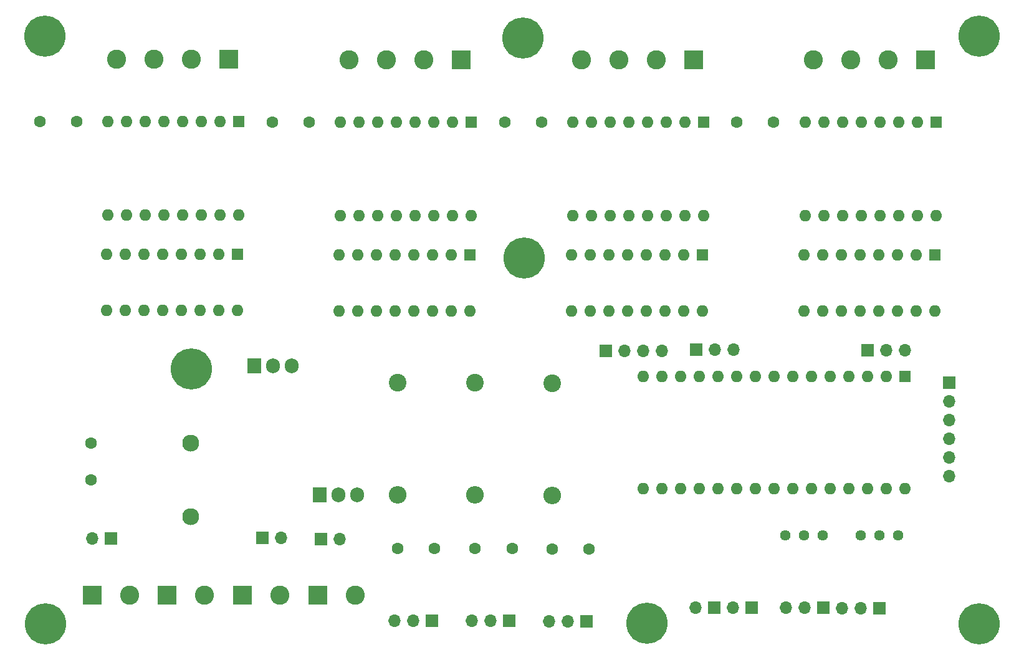
<source format=gts>
G04 #@! TF.GenerationSoftware,KiCad,Pcbnew,8.0.8*
G04 #@! TF.CreationDate,2025-02-15T21:21:22+01:00*
G04 #@! TF.ProjectId,stepperpcb,73746570-7065-4727-9063-622e6b696361,rev?*
G04 #@! TF.SameCoordinates,Original*
G04 #@! TF.FileFunction,Soldermask,Top*
G04 #@! TF.FilePolarity,Negative*
%FSLAX46Y46*%
G04 Gerber Fmt 4.6, Leading zero omitted, Abs format (unit mm)*
G04 Created by KiCad (PCBNEW 8.0.8) date 2025-02-15 21:21:22*
%MOMM*%
%LPD*%
G01*
G04 APERTURE LIST*
%ADD10C,5.600000*%
%ADD11C,3.600000*%
%ADD12R,1.700000X1.700000*%
%ADD13O,1.700000X1.700000*%
%ADD14C,1.440000*%
%ADD15O,1.600000X1.600000*%
%ADD16R,1.600000X1.600000*%
%ADD17C,2.600000*%
%ADD18R,2.600000X2.600000*%
%ADD19C,1.600000*%
%ADD20C,2.400000*%
%ADD21O,2.400000X2.400000*%
%ADD22O,1.905000X2.000000*%
%ADD23R,1.905000X2.000000*%
%ADD24C,2.300000*%
G04 APERTURE END LIST*
D10*
X146216800Y-63109200D03*
D11*
X146216800Y-63109200D03*
X146064400Y-33238800D03*
D10*
X146064400Y-33238800D03*
D11*
X101055600Y-78146000D03*
D10*
X101055600Y-78146000D03*
D11*
X162930000Y-112690000D03*
D10*
X162930000Y-112690000D03*
D12*
X172049200Y-110589400D03*
D13*
X169509200Y-110589400D03*
D12*
X203976400Y-80050200D03*
D13*
X203976400Y-82590200D03*
X203976400Y-85130200D03*
X203976400Y-87670200D03*
X203976400Y-90210200D03*
X203976400Y-92750200D03*
D12*
X177103200Y-110607200D03*
D13*
X174563200Y-110607200D03*
X181802400Y-110633400D03*
X184342400Y-110633400D03*
D12*
X186882400Y-110633400D03*
X194527600Y-110658000D03*
D13*
X191987600Y-110658000D03*
X189447600Y-110658000D03*
D12*
X169635600Y-75555200D03*
D13*
X172175600Y-75555200D03*
X174715600Y-75555200D03*
D12*
X157291200Y-75758400D03*
D13*
X159831200Y-75758400D03*
X162371200Y-75758400D03*
X164911200Y-75758400D03*
D12*
X90082800Y-101220000D03*
D13*
X87542800Y-101220000D03*
D12*
X110707600Y-101107600D03*
D13*
X113247600Y-101107600D03*
D12*
X118632400Y-101310800D03*
D13*
X121172400Y-101310800D03*
D12*
X192851200Y-75656800D03*
D13*
X195391200Y-75656800D03*
X197931200Y-75656800D03*
X149647600Y-112462000D03*
X152187600Y-112462000D03*
D12*
X154727600Y-112462000D03*
D13*
X139155600Y-112409400D03*
X141695600Y-112409400D03*
D12*
X144235600Y-112409400D03*
D13*
X128648400Y-112385800D03*
X131188400Y-112385800D03*
D12*
X133728400Y-112385800D03*
D14*
X181725800Y-100828200D03*
X184265800Y-100828200D03*
X186805800Y-100828200D03*
X191936600Y-100828200D03*
X194476600Y-100828200D03*
X197016600Y-100828200D03*
D10*
X81192800Y-112791600D03*
D11*
X81192800Y-112791600D03*
X208040400Y-32984800D03*
D10*
X208040400Y-32984800D03*
X208040400Y-112791600D03*
D11*
X208040400Y-112791600D03*
D10*
X81142000Y-32984800D03*
D11*
X81142000Y-32984800D03*
D15*
X201995200Y-70272000D03*
X199455200Y-70272000D03*
X196915200Y-70272000D03*
X194375200Y-70272000D03*
X191835200Y-70272000D03*
X189295200Y-70272000D03*
X186755200Y-70272000D03*
X184215200Y-70272000D03*
X184215200Y-62652000D03*
X186755200Y-62652000D03*
X189295200Y-62652000D03*
X191835200Y-62652000D03*
X194375200Y-62652000D03*
X196915200Y-62652000D03*
X199455200Y-62652000D03*
D16*
X201995200Y-62652000D03*
D17*
X185545200Y-36152000D03*
X190625200Y-36152000D03*
X195705200Y-36152000D03*
D18*
X200785200Y-36152000D03*
D15*
X202165200Y-57352000D03*
X199625200Y-57352000D03*
X197085200Y-57352000D03*
X194545200Y-57352000D03*
X192005200Y-57352000D03*
X189465200Y-57352000D03*
X186925200Y-57352000D03*
X184385200Y-57352000D03*
X184385200Y-44652000D03*
X186925200Y-44652000D03*
X189465200Y-44652000D03*
X192005200Y-44652000D03*
X194545200Y-44652000D03*
X197085200Y-44652000D03*
X199625200Y-44652000D03*
D16*
X202165200Y-44652000D03*
D19*
X175125200Y-44652000D03*
X180125200Y-44652000D03*
D15*
X170448400Y-70272000D03*
X167908400Y-70272000D03*
X165368400Y-70272000D03*
X162828400Y-70272000D03*
X160288400Y-70272000D03*
X157748400Y-70272000D03*
X155208400Y-70272000D03*
X152668400Y-70272000D03*
X152668400Y-62652000D03*
X155208400Y-62652000D03*
X157748400Y-62652000D03*
X160288400Y-62652000D03*
X162828400Y-62652000D03*
X165368400Y-62652000D03*
X167908400Y-62652000D03*
D16*
X170448400Y-62652000D03*
D17*
X153998400Y-36152000D03*
X159078400Y-36152000D03*
X164158400Y-36152000D03*
D18*
X169238400Y-36152000D03*
D15*
X170618400Y-57352000D03*
X168078400Y-57352000D03*
X165538400Y-57352000D03*
X162998400Y-57352000D03*
X160458400Y-57352000D03*
X157918400Y-57352000D03*
X155378400Y-57352000D03*
X152838400Y-57352000D03*
X152838400Y-44652000D03*
X155378400Y-44652000D03*
X157918400Y-44652000D03*
X160458400Y-44652000D03*
X162998400Y-44652000D03*
X165538400Y-44652000D03*
X168078400Y-44652000D03*
D16*
X170618400Y-44652000D03*
D19*
X143578400Y-44652000D03*
X148578400Y-44652000D03*
D15*
X138901600Y-70272000D03*
X136361600Y-70272000D03*
X133821600Y-70272000D03*
X131281600Y-70272000D03*
X128741600Y-70272000D03*
X126201600Y-70272000D03*
X123661600Y-70272000D03*
X121121600Y-70272000D03*
X121121600Y-62652000D03*
X123661600Y-62652000D03*
X126201600Y-62652000D03*
X128741600Y-62652000D03*
X131281600Y-62652000D03*
X133821600Y-62652000D03*
X136361600Y-62652000D03*
D16*
X138901600Y-62652000D03*
D17*
X122451600Y-36152000D03*
X127531600Y-36152000D03*
X132611600Y-36152000D03*
D18*
X137691600Y-36152000D03*
D15*
X139071600Y-57352000D03*
X136531600Y-57352000D03*
X133991600Y-57352000D03*
X131451600Y-57352000D03*
X128911600Y-57352000D03*
X126371600Y-57352000D03*
X123831600Y-57352000D03*
X121291600Y-57352000D03*
X121291600Y-44652000D03*
X123831600Y-44652000D03*
X126371600Y-44652000D03*
X128911600Y-44652000D03*
X131451600Y-44652000D03*
X133991600Y-44652000D03*
X136531600Y-44652000D03*
D16*
X139071600Y-44652000D03*
D19*
X112031600Y-44652000D03*
X117031600Y-44652000D03*
X155077600Y-102617000D03*
X150077600Y-102617000D03*
D20*
X150077600Y-80138000D03*
D21*
X150077600Y-95378000D03*
D19*
X144585600Y-102564400D03*
X139585600Y-102564400D03*
D21*
X139585600Y-95325400D03*
D20*
X139585600Y-80085400D03*
D18*
X97702800Y-108890800D03*
D17*
X102782800Y-108890800D03*
D18*
X107964400Y-108890800D03*
D17*
X113044400Y-108890800D03*
D15*
X107467200Y-57307200D03*
X104927200Y-57307200D03*
X102387200Y-57307200D03*
X99847200Y-57307200D03*
X97307200Y-57307200D03*
X94767200Y-57307200D03*
X92227200Y-57307200D03*
X89687200Y-57307200D03*
X89687200Y-44607200D03*
X92227200Y-44607200D03*
X94767200Y-44607200D03*
X97307200Y-44607200D03*
X99847200Y-44607200D03*
X102387200Y-44607200D03*
X104927200Y-44607200D03*
D16*
X107467200Y-44607200D03*
D18*
X87542800Y-108890800D03*
D17*
X92622800Y-108890800D03*
D22*
X114645400Y-77739600D03*
X112105400Y-77739600D03*
D23*
X109565400Y-77739600D03*
D19*
X87390400Y-88244400D03*
X87390400Y-93244400D03*
D22*
X123509200Y-95265600D03*
X120969200Y-95265600D03*
D23*
X118429200Y-95265600D03*
D17*
X90847200Y-36107200D03*
X95927200Y-36107200D03*
X101007200Y-36107200D03*
D18*
X106087200Y-36107200D03*
D15*
X107297200Y-70227200D03*
X104757200Y-70227200D03*
X102217200Y-70227200D03*
X99677200Y-70227200D03*
X97137200Y-70227200D03*
X94597200Y-70227200D03*
X92057200Y-70227200D03*
X89517200Y-70227200D03*
X89517200Y-62607200D03*
X92057200Y-62607200D03*
X94597200Y-62607200D03*
X97137200Y-62607200D03*
X99677200Y-62607200D03*
X102217200Y-62607200D03*
X104757200Y-62607200D03*
D16*
X107297200Y-62607200D03*
D19*
X134078400Y-102540800D03*
X129078400Y-102540800D03*
D16*
X197931200Y-79162000D03*
D15*
X195391200Y-79162000D03*
X192851200Y-79162000D03*
X190311200Y-79162000D03*
X187771200Y-79162000D03*
X185231200Y-79162000D03*
X182691200Y-79162000D03*
X180151200Y-79162000D03*
X177611200Y-79162000D03*
X175071200Y-79162000D03*
X172531200Y-79162000D03*
X169991200Y-79162000D03*
X167451200Y-79162000D03*
X164911200Y-79162000D03*
X162371200Y-79162000D03*
X162371200Y-94402000D03*
X164911200Y-94402000D03*
X167451200Y-94402000D03*
X169991200Y-94402000D03*
X172531200Y-94402000D03*
X175071200Y-94402000D03*
X177611200Y-94402000D03*
X180151200Y-94402000D03*
X182691200Y-94402000D03*
X185231200Y-94402000D03*
X187771200Y-94402000D03*
X190311200Y-94402000D03*
X192851200Y-94402000D03*
X195391200Y-94402000D03*
X197931200Y-94402000D03*
D19*
X80427200Y-44607200D03*
X85427200Y-44607200D03*
D21*
X129078400Y-95301800D03*
D20*
X129078400Y-80061800D03*
D18*
X118226000Y-108880000D03*
D17*
X123306000Y-108880000D03*
D24*
X100932200Y-88230200D03*
X100932200Y-98230200D03*
M02*

</source>
